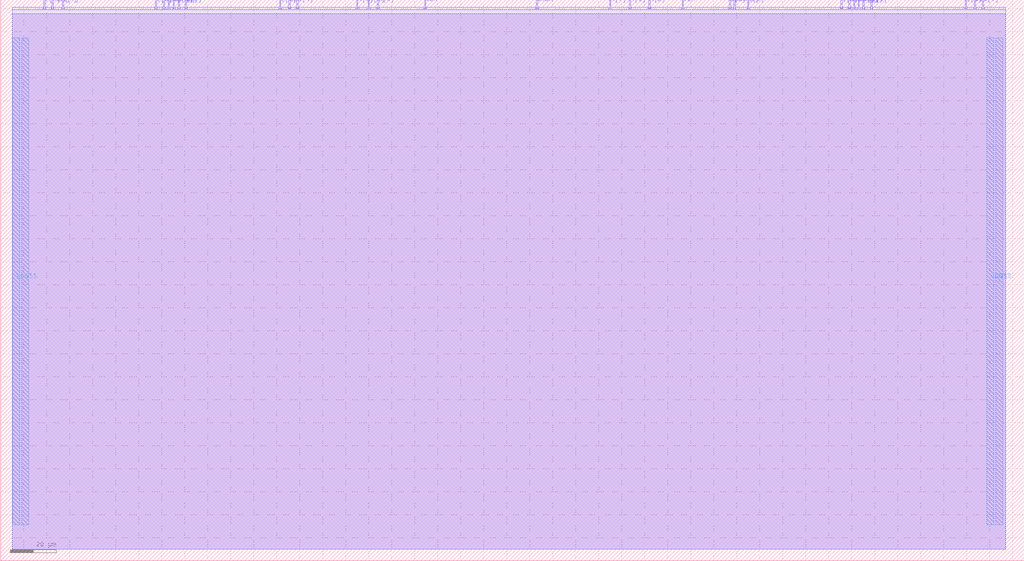
<source format=lef>
VERSION 5.7 ;
  NOWIREEXTENSIONATPIN ON ;
  DIVIDERCHAR "/" ;
  BUSBITCHARS "[]" ;
MACRO gf180_ram_64x8_wrapper
  CLASS BLOCK ;
  FOREIGN gf180_ram_64x8_wrapper ;
  ORIGIN 0.000 0.000 ;
  SIZE 444.860 BY 243.880 ;
  PIN A[0]
    DIRECTION INPUT ;
    USE SIGNAL ;
    PORT
      LAYER Metal2 ;
        RECT 264.720 239.880 265.280 243.880 ;
    END
  END A[0]
  PIN A[1]
    DIRECTION INPUT ;
    USE SIGNAL ;
    PORT
      LAYER Metal2 ;
        RECT 273.220 239.880 273.780 243.880 ;
    END
  END A[1]
  PIN A[2]
    DIRECTION INPUT ;
    USE SIGNAL ;
    PORT
      LAYER Metal2 ;
        RECT 281.720 239.880 282.280 243.880 ;
    END
  END A[2]
  PIN A[3]
    DIRECTION INPUT ;
    USE SIGNAL ;
    PORT
      LAYER Metal2 ;
        RECT 154.720 239.880 155.280 243.880 ;
    END
  END A[3]
  PIN A[4]
    DIRECTION INPUT ;
    USE SIGNAL ;
    PORT
      LAYER Metal2 ;
        RECT 159.720 239.880 160.280 243.880 ;
    END
  END A[4]
  PIN A[5]
    DIRECTION INPUT ;
    USE SIGNAL ;
    PORT
      LAYER Metal2 ;
        RECT 163.720 239.880 164.280 243.880 ;
    END
  END A[5]
  PIN CEN
    DIRECTION INPUT ;
    USE SIGNAL ;
    PORT
      LAYER Metal2 ;
        RECT 184.220 239.880 184.780 243.880 ;
    END
  END CEN
  PIN CLK
    DIRECTION INPUT ;
    USE SIGNAL ;
    PORT
      LAYER Metal2 ;
        RECT 296.220 239.880 296.780 243.880 ;
    END
  END CLK
  PIN D[0]
    DIRECTION INPUT ;
    USE SIGNAL ;
    PORT
      LAYER Metal2 ;
        RECT 426.720 239.880 427.280 243.880 ;
    END
  END D[0]
  PIN D[1]
    DIRECTION INPUT ;
    USE SIGNAL ;
    PORT
      LAYER Metal2 ;
        RECT 374.720 239.880 375.280 243.880 ;
    END
  END D[1]
  PIN D[2]
    DIRECTION INPUT ;
    USE SIGNAL ;
    PORT
      LAYER Metal2 ;
        RECT 368.720 239.880 369.280 243.880 ;
    END
  END D[2]
  PIN D[3]
    DIRECTION INPUT ;
    USE SIGNAL ;
    PORT
      LAYER Metal2 ;
        RECT 316.720 239.880 317.280 243.880 ;
    END
  END D[3]
  PIN D[4]
    DIRECTION INPUT ;
    USE SIGNAL ;
    PORT
      LAYER Metal2 ;
        RECT 128.720 239.880 129.280 243.880 ;
    END
  END D[4]
  PIN D[5]
    DIRECTION INPUT ;
    USE SIGNAL ;
    PORT
      LAYER Metal2 ;
        RECT 77.220 239.880 77.780 243.880 ;
    END
  END D[5]
  PIN D[6]
    DIRECTION INPUT ;
    USE SIGNAL ;
    PORT
      LAYER Metal2 ;
        RECT 70.720 239.880 71.280 243.880 ;
    END
  END D[6]
  PIN D[7]
    DIRECTION INPUT ;
    USE SIGNAL ;
    PORT
      LAYER Metal2 ;
        RECT 18.720 239.880 19.280 243.880 ;
    END
  END D[7]
  PIN GWEN
    DIRECTION INPUT ;
    USE SIGNAL ;
    PORT
      LAYER Metal2 ;
        RECT 232.840 239.880 233.400 243.880 ;
    END
  END GWEN
  PIN Q[0]
    DIRECTION OUTPUT TRISTATE ;
    USE SIGNAL ;
    PORT
      LAYER Metal2 ;
        RECT 419.220 239.880 419.780 243.880 ;
    END
  END Q[0]
  PIN Q[1]
    DIRECTION OUTPUT TRISTATE ;
    USE SIGNAL ;
    PORT
      LAYER Metal2 ;
        RECT 378.220 239.880 378.780 243.880 ;
    END
  END Q[1]
  PIN Q[2]
    DIRECTION OUTPUT TRISTATE ;
    USE SIGNAL ;
    PORT
      LAYER Metal2 ;
        RECT 365.220 239.880 365.780 243.880 ;
    END
  END Q[2]
  PIN Q[3]
    DIRECTION OUTPUT TRISTATE ;
    USE SIGNAL ;
    PORT
      LAYER Metal2 ;
        RECT 324.720 239.880 325.280 243.880 ;
    END
  END Q[3]
  PIN Q[4]
    DIRECTION OUTPUT TRISTATE ;
    USE SIGNAL ;
    PORT
      LAYER Metal2 ;
        RECT 121.220 239.880 121.780 243.880 ;
    END
  END Q[4]
  PIN Q[5]
    DIRECTION OUTPUT TRISTATE ;
    USE SIGNAL ;
    PORT
      LAYER Metal2 ;
        RECT 80.220 239.880 80.780 243.880 ;
    END
  END Q[5]
  PIN Q[6]
    DIRECTION OUTPUT TRISTATE ;
    USE SIGNAL ;
    PORT
      LAYER Metal2 ;
        RECT 67.220 239.880 67.780 243.880 ;
    END
  END Q[6]
  PIN Q[7]
    DIRECTION OUTPUT TRISTATE ;
    USE SIGNAL ;
    PORT
      LAYER Metal2 ;
        RECT 26.720 239.880 27.280 243.880 ;
    END
  END Q[7]
  PIN VDD
    DIRECTION INOUT ;
    USE POWER ;
    PORT
      LAYER Metal4 ;
        RECT 5.220 15.680 8.220 227.360 ;
    END
    PORT
      LAYER Metal4 ;
        RECT 428.630 15.680 431.630 227.360 ;
    END
  END VDD
  PIN VSS
    DIRECTION INOUT ;
    USE GROUND ;
    PORT
      LAYER Metal4 ;
        RECT 9.220 15.680 12.220 227.360 ;
    END
    PORT
      LAYER Metal4 ;
        RECT 432.630 15.680 435.630 227.360 ;
    END
  END VSS
  PIN WEN[0]
    DIRECTION INPUT ;
    USE SIGNAL ;
    PORT
      LAYER Metal2 ;
        RECT 423.220 239.880 423.780 243.880 ;
    END
  END WEN[0]
  PIN WEN[1]
    DIRECTION INPUT ;
    USE SIGNAL ;
    PORT
      LAYER Metal2 ;
        RECT 372.720 239.880 373.280 243.880 ;
    END
  END WEN[1]
  PIN WEN[2]
    DIRECTION INPUT ;
    USE SIGNAL ;
    PORT
      LAYER Metal2 ;
        RECT 370.720 239.880 371.280 243.880 ;
    END
  END WEN[2]
  PIN WEN[3]
    DIRECTION INPUT ;
    USE SIGNAL ;
    PORT
      LAYER Metal2 ;
        RECT 318.720 239.880 319.280 243.880 ;
    END
  END WEN[3]
  PIN WEN[4]
    DIRECTION INPUT ;
    USE SIGNAL ;
    PORT
      LAYER Metal2 ;
        RECT 125.220 239.880 125.780 243.880 ;
    END
  END WEN[4]
  PIN WEN[5]
    DIRECTION INPUT ;
    USE SIGNAL ;
    PORT
      LAYER Metal2 ;
        RECT 74.970 239.880 75.530 243.880 ;
    END
  END WEN[5]
  PIN WEN[6]
    DIRECTION INPUT ;
    USE SIGNAL ;
    PORT
      LAYER Metal2 ;
        RECT 72.720 239.880 73.280 243.880 ;
    END
  END WEN[6]
  PIN WEN[7]
    DIRECTION INPUT ;
    USE SIGNAL ;
    PORT
      LAYER Metal2 ;
        RECT 22.220 239.880 22.780 243.880 ;
    END
  END WEN[7]
  OBS
      LAYER Metal1 ;
        RECT 5.000 5.000 436.860 237.880 ;
      LAYER Metal2 ;
        RECT 5.000 239.580 18.420 240.520 ;
        RECT 19.580 239.580 21.920 240.520 ;
        RECT 23.080 239.580 26.420 240.520 ;
        RECT 27.580 239.580 66.920 240.520 ;
        RECT 68.080 239.580 70.420 240.520 ;
        RECT 71.580 239.580 72.420 240.520 ;
        RECT 73.580 239.580 74.670 240.520 ;
        RECT 75.830 239.580 76.920 240.520 ;
        RECT 78.080 239.580 79.920 240.520 ;
        RECT 81.080 239.580 120.920 240.520 ;
        RECT 122.080 239.580 124.920 240.520 ;
        RECT 126.080 239.580 128.420 240.520 ;
        RECT 129.580 239.580 154.420 240.520 ;
        RECT 155.580 239.580 159.420 240.520 ;
        RECT 160.580 239.580 163.420 240.520 ;
        RECT 164.580 239.580 183.920 240.520 ;
        RECT 185.080 239.580 232.540 240.520 ;
        RECT 233.700 239.580 264.420 240.520 ;
        RECT 265.580 239.580 272.920 240.520 ;
        RECT 274.080 239.580 281.420 240.520 ;
        RECT 282.580 239.580 295.920 240.520 ;
        RECT 297.080 239.580 316.420 240.520 ;
        RECT 317.580 239.580 318.420 240.520 ;
        RECT 319.580 239.580 324.420 240.520 ;
        RECT 325.580 239.580 364.920 240.520 ;
        RECT 366.080 239.580 368.420 240.520 ;
        RECT 369.580 239.580 370.420 240.520 ;
        RECT 371.580 239.580 372.420 240.520 ;
        RECT 373.580 239.580 374.420 240.520 ;
        RECT 375.580 239.580 377.920 240.520 ;
        RECT 379.080 239.580 418.920 240.520 ;
        RECT 420.080 239.580 422.920 240.520 ;
        RECT 424.080 239.580 426.420 240.520 ;
        RECT 427.580 239.580 436.860 240.520 ;
        RECT 5.000 5.000 436.860 239.580 ;
      LAYER Metal3 ;
        RECT 5.000 5.000 436.860 237.880 ;
  END
END gf180_ram_64x8_wrapper
END LIBRARY


</source>
